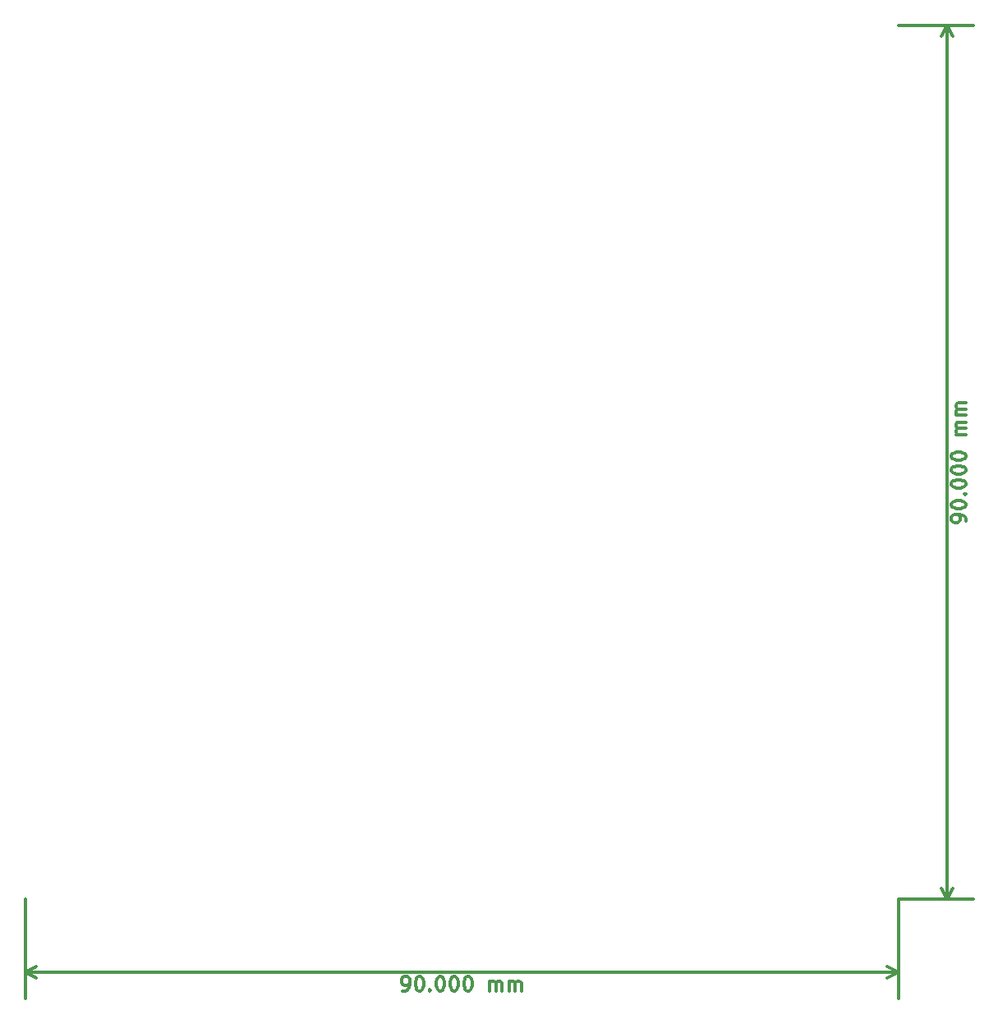
<source format=gbr>
G04 (created by PCBNEW (2013-07-07 BZR 4022)-stable) date 3/13/2015 2:12:22 PM*
%MOIN*%
G04 Gerber Fmt 3.4, Leading zero omitted, Abs format*
%FSLAX34Y34*%
G01*
G70*
G90*
G04 APERTURE LIST*
%ADD10C,0.00590551*%
%ADD11C,0.011811*%
G04 APERTURE END LIST*
G54D10*
G54D11*
X81479Y-46681D02*
X81479Y-46569D01*
X81451Y-46512D01*
X81422Y-46484D01*
X81338Y-46428D01*
X81226Y-46400D01*
X81001Y-46400D01*
X80944Y-46428D01*
X80916Y-46456D01*
X80888Y-46512D01*
X80888Y-46625D01*
X80916Y-46681D01*
X80944Y-46709D01*
X81001Y-46737D01*
X81141Y-46737D01*
X81197Y-46709D01*
X81226Y-46681D01*
X81254Y-46625D01*
X81254Y-46512D01*
X81226Y-46456D01*
X81197Y-46428D01*
X81141Y-46400D01*
X80888Y-46034D02*
X80888Y-45978D01*
X80916Y-45922D01*
X80944Y-45894D01*
X81001Y-45866D01*
X81113Y-45838D01*
X81254Y-45838D01*
X81366Y-45866D01*
X81422Y-45894D01*
X81451Y-45922D01*
X81479Y-45978D01*
X81479Y-46034D01*
X81451Y-46091D01*
X81422Y-46119D01*
X81366Y-46147D01*
X81254Y-46175D01*
X81113Y-46175D01*
X81001Y-46147D01*
X80944Y-46119D01*
X80916Y-46091D01*
X80888Y-46034D01*
X81422Y-45584D02*
X81451Y-45556D01*
X81479Y-45584D01*
X81451Y-45613D01*
X81422Y-45584D01*
X81479Y-45584D01*
X80888Y-45191D02*
X80888Y-45134D01*
X80916Y-45078D01*
X80944Y-45050D01*
X81001Y-45022D01*
X81113Y-44994D01*
X81254Y-44994D01*
X81366Y-45022D01*
X81422Y-45050D01*
X81451Y-45078D01*
X81479Y-45134D01*
X81479Y-45191D01*
X81451Y-45247D01*
X81422Y-45275D01*
X81366Y-45303D01*
X81254Y-45331D01*
X81113Y-45331D01*
X81001Y-45303D01*
X80944Y-45275D01*
X80916Y-45247D01*
X80888Y-45191D01*
X80888Y-44628D02*
X80888Y-44572D01*
X80916Y-44516D01*
X80944Y-44488D01*
X81001Y-44460D01*
X81113Y-44431D01*
X81254Y-44431D01*
X81366Y-44460D01*
X81422Y-44488D01*
X81451Y-44516D01*
X81479Y-44572D01*
X81479Y-44628D01*
X81451Y-44685D01*
X81422Y-44713D01*
X81366Y-44741D01*
X81254Y-44769D01*
X81113Y-44769D01*
X81001Y-44741D01*
X80944Y-44713D01*
X80916Y-44685D01*
X80888Y-44628D01*
X80888Y-44066D02*
X80888Y-44010D01*
X80916Y-43953D01*
X80944Y-43925D01*
X81001Y-43897D01*
X81113Y-43869D01*
X81254Y-43869D01*
X81366Y-43897D01*
X81422Y-43925D01*
X81451Y-43953D01*
X81479Y-44010D01*
X81479Y-44066D01*
X81451Y-44122D01*
X81422Y-44150D01*
X81366Y-44178D01*
X81254Y-44206D01*
X81113Y-44206D01*
X81001Y-44178D01*
X80944Y-44150D01*
X80916Y-44122D01*
X80888Y-44066D01*
X81479Y-43166D02*
X81085Y-43166D01*
X81141Y-43166D02*
X81113Y-43138D01*
X81085Y-43082D01*
X81085Y-42997D01*
X81113Y-42941D01*
X81169Y-42913D01*
X81479Y-42913D01*
X81169Y-42913D02*
X81113Y-42885D01*
X81085Y-42829D01*
X81085Y-42744D01*
X81113Y-42688D01*
X81169Y-42660D01*
X81479Y-42660D01*
X81479Y-42379D02*
X81085Y-42379D01*
X81141Y-42379D02*
X81113Y-42350D01*
X81085Y-42294D01*
X81085Y-42210D01*
X81113Y-42154D01*
X81169Y-42125D01*
X81479Y-42125D01*
X81169Y-42125D02*
X81113Y-42097D01*
X81085Y-42041D01*
X81085Y-41957D01*
X81113Y-41901D01*
X81169Y-41872D01*
X81479Y-41872D01*
X80708Y-62007D02*
X80708Y-26574D01*
X78740Y-62007D02*
X81771Y-62007D01*
X78740Y-26574D02*
X81771Y-26574D01*
X80708Y-26574D02*
X80939Y-27018D01*
X80708Y-26574D02*
X80477Y-27018D01*
X80708Y-62007D02*
X80939Y-61564D01*
X80708Y-62007D02*
X80477Y-61564D01*
X58633Y-65731D02*
X58745Y-65731D01*
X58802Y-65703D01*
X58830Y-65674D01*
X58886Y-65590D01*
X58914Y-65478D01*
X58914Y-65253D01*
X58886Y-65196D01*
X58858Y-65168D01*
X58802Y-65140D01*
X58689Y-65140D01*
X58633Y-65168D01*
X58605Y-65196D01*
X58577Y-65253D01*
X58577Y-65393D01*
X58605Y-65449D01*
X58633Y-65478D01*
X58689Y-65506D01*
X58802Y-65506D01*
X58858Y-65478D01*
X58886Y-65449D01*
X58914Y-65393D01*
X59280Y-65140D02*
X59336Y-65140D01*
X59392Y-65168D01*
X59420Y-65196D01*
X59448Y-65253D01*
X59476Y-65365D01*
X59476Y-65506D01*
X59448Y-65618D01*
X59420Y-65674D01*
X59392Y-65703D01*
X59336Y-65731D01*
X59280Y-65731D01*
X59223Y-65703D01*
X59195Y-65674D01*
X59167Y-65618D01*
X59139Y-65506D01*
X59139Y-65365D01*
X59167Y-65253D01*
X59195Y-65196D01*
X59223Y-65168D01*
X59280Y-65140D01*
X59730Y-65674D02*
X59758Y-65703D01*
X59730Y-65731D01*
X59701Y-65703D01*
X59730Y-65674D01*
X59730Y-65731D01*
X60123Y-65140D02*
X60179Y-65140D01*
X60236Y-65168D01*
X60264Y-65196D01*
X60292Y-65253D01*
X60320Y-65365D01*
X60320Y-65506D01*
X60292Y-65618D01*
X60264Y-65674D01*
X60236Y-65703D01*
X60179Y-65731D01*
X60123Y-65731D01*
X60067Y-65703D01*
X60039Y-65674D01*
X60011Y-65618D01*
X59983Y-65506D01*
X59983Y-65365D01*
X60011Y-65253D01*
X60039Y-65196D01*
X60067Y-65168D01*
X60123Y-65140D01*
X60686Y-65140D02*
X60742Y-65140D01*
X60798Y-65168D01*
X60826Y-65196D01*
X60854Y-65253D01*
X60883Y-65365D01*
X60883Y-65506D01*
X60854Y-65618D01*
X60826Y-65674D01*
X60798Y-65703D01*
X60742Y-65731D01*
X60686Y-65731D01*
X60629Y-65703D01*
X60601Y-65674D01*
X60573Y-65618D01*
X60545Y-65506D01*
X60545Y-65365D01*
X60573Y-65253D01*
X60601Y-65196D01*
X60629Y-65168D01*
X60686Y-65140D01*
X61248Y-65140D02*
X61304Y-65140D01*
X61361Y-65168D01*
X61389Y-65196D01*
X61417Y-65253D01*
X61445Y-65365D01*
X61445Y-65506D01*
X61417Y-65618D01*
X61389Y-65674D01*
X61361Y-65703D01*
X61304Y-65731D01*
X61248Y-65731D01*
X61192Y-65703D01*
X61164Y-65674D01*
X61136Y-65618D01*
X61107Y-65506D01*
X61107Y-65365D01*
X61136Y-65253D01*
X61164Y-65196D01*
X61192Y-65168D01*
X61248Y-65140D01*
X62148Y-65731D02*
X62148Y-65337D01*
X62148Y-65393D02*
X62176Y-65365D01*
X62232Y-65337D01*
X62317Y-65337D01*
X62373Y-65365D01*
X62401Y-65421D01*
X62401Y-65731D01*
X62401Y-65421D02*
X62429Y-65365D01*
X62485Y-65337D01*
X62570Y-65337D01*
X62626Y-65365D01*
X62654Y-65421D01*
X62654Y-65731D01*
X62935Y-65731D02*
X62935Y-65337D01*
X62935Y-65393D02*
X62964Y-65365D01*
X63020Y-65337D01*
X63104Y-65337D01*
X63160Y-65365D01*
X63188Y-65421D01*
X63188Y-65731D01*
X63188Y-65421D02*
X63217Y-65365D01*
X63273Y-65337D01*
X63357Y-65337D01*
X63413Y-65365D01*
X63442Y-65421D01*
X63442Y-65731D01*
X43307Y-64960D02*
X78740Y-64960D01*
X43307Y-62007D02*
X43307Y-66023D01*
X78740Y-62007D02*
X78740Y-66023D01*
X78740Y-64960D02*
X78296Y-65191D01*
X78740Y-64960D02*
X78296Y-64729D01*
X43307Y-64960D02*
X43750Y-65191D01*
X43307Y-64960D02*
X43750Y-64729D01*
M02*

</source>
